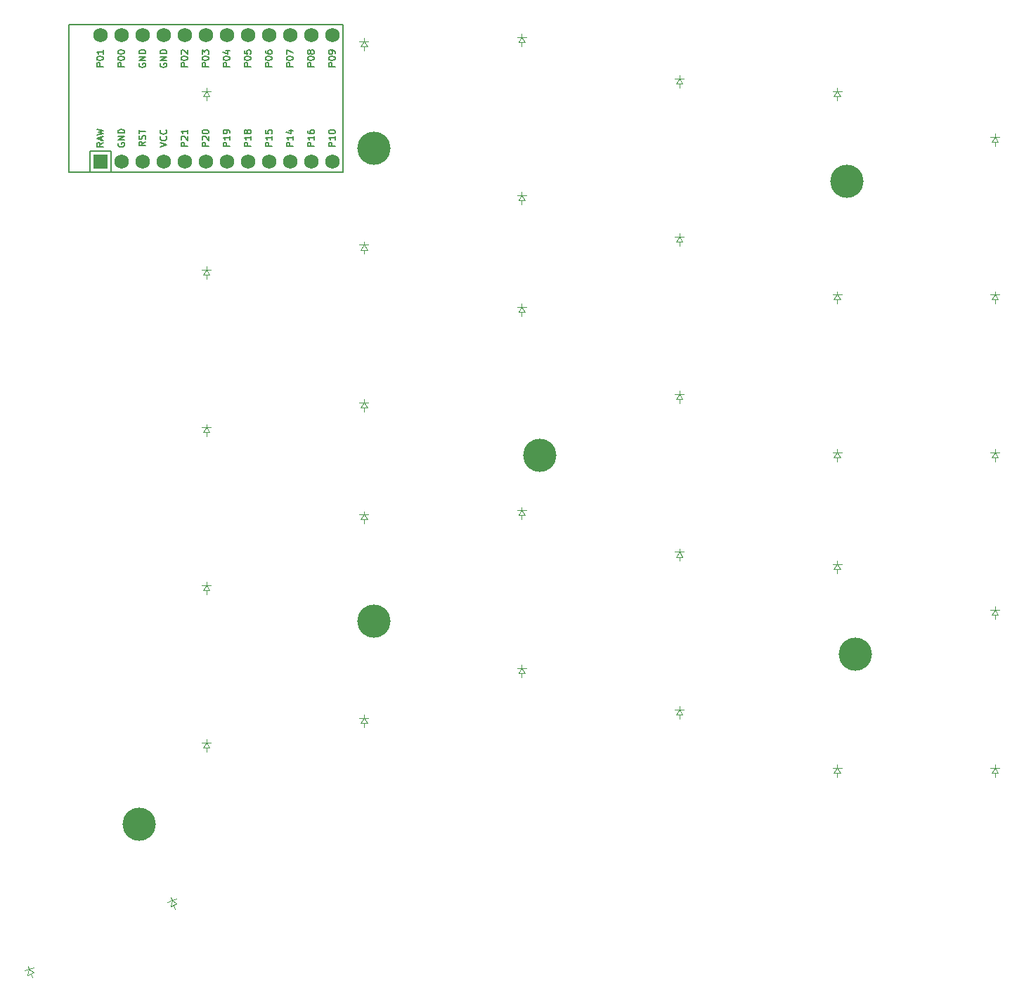
<source format=gto>
%TF.GenerationSoftware,KiCad,Pcbnew,9.0.6*%
%TF.CreationDate,2025-11-12T17:31:49+01:00*%
%TF.ProjectId,right_finished,72696768-745f-4666-996e-69736865642e,1*%
%TF.SameCoordinates,Original*%
%TF.FileFunction,Legend,Top*%
%TF.FilePolarity,Positive*%
%FSLAX46Y46*%
G04 Gerber Fmt 4.6, Leading zero omitted, Abs format (unit mm)*
G04 Created by KiCad (PCBNEW 9.0.6) date 2025-11-12 17:31:49*
%MOMM*%
%LPD*%
G01*
G04 APERTURE LIST*
%ADD10C,0.150000*%
%ADD11C,0.100000*%
%ADD12C,4.000000*%
%ADD13R,1.752600X1.752600*%
%ADD14C,1.752600*%
G04 APERTURE END LIST*
D10*
X173777295Y-104821428D02*
X172977295Y-104821428D01*
X172977295Y-104821428D02*
X172977295Y-104516666D01*
X172977295Y-104516666D02*
X173015390Y-104440476D01*
X173015390Y-104440476D02*
X173053485Y-104402381D01*
X173053485Y-104402381D02*
X173129676Y-104364285D01*
X173129676Y-104364285D02*
X173243961Y-104364285D01*
X173243961Y-104364285D02*
X173320152Y-104402381D01*
X173320152Y-104402381D02*
X173358247Y-104440476D01*
X173358247Y-104440476D02*
X173396342Y-104516666D01*
X173396342Y-104516666D02*
X173396342Y-104821428D01*
X173053485Y-104059524D02*
X173015390Y-104021428D01*
X173015390Y-104021428D02*
X172977295Y-103945238D01*
X172977295Y-103945238D02*
X172977295Y-103754762D01*
X172977295Y-103754762D02*
X173015390Y-103678571D01*
X173015390Y-103678571D02*
X173053485Y-103640476D01*
X173053485Y-103640476D02*
X173129676Y-103602381D01*
X173129676Y-103602381D02*
X173205866Y-103602381D01*
X173205866Y-103602381D02*
X173320152Y-103640476D01*
X173320152Y-103640476D02*
X173777295Y-104097619D01*
X173777295Y-104097619D02*
X173777295Y-103602381D01*
X173777295Y-102840476D02*
X173777295Y-103297619D01*
X173777295Y-103069047D02*
X172977295Y-103069047D01*
X172977295Y-103069047D02*
X173091580Y-103145238D01*
X173091580Y-103145238D02*
X173167771Y-103221428D01*
X173167771Y-103221428D02*
X173205866Y-103297619D01*
X163617295Y-95221428D02*
X162817295Y-95221428D01*
X162817295Y-95221428D02*
X162817295Y-94916666D01*
X162817295Y-94916666D02*
X162855390Y-94840476D01*
X162855390Y-94840476D02*
X162893485Y-94802381D01*
X162893485Y-94802381D02*
X162969676Y-94764285D01*
X162969676Y-94764285D02*
X163083961Y-94764285D01*
X163083961Y-94764285D02*
X163160152Y-94802381D01*
X163160152Y-94802381D02*
X163198247Y-94840476D01*
X163198247Y-94840476D02*
X163236342Y-94916666D01*
X163236342Y-94916666D02*
X163236342Y-95221428D01*
X162817295Y-94269047D02*
X162817295Y-94192857D01*
X162817295Y-94192857D02*
X162855390Y-94116666D01*
X162855390Y-94116666D02*
X162893485Y-94078571D01*
X162893485Y-94078571D02*
X162969676Y-94040476D01*
X162969676Y-94040476D02*
X163122057Y-94002381D01*
X163122057Y-94002381D02*
X163312533Y-94002381D01*
X163312533Y-94002381D02*
X163464914Y-94040476D01*
X163464914Y-94040476D02*
X163541104Y-94078571D01*
X163541104Y-94078571D02*
X163579200Y-94116666D01*
X163579200Y-94116666D02*
X163617295Y-94192857D01*
X163617295Y-94192857D02*
X163617295Y-94269047D01*
X163617295Y-94269047D02*
X163579200Y-94345238D01*
X163579200Y-94345238D02*
X163541104Y-94383333D01*
X163541104Y-94383333D02*
X163464914Y-94421428D01*
X163464914Y-94421428D02*
X163312533Y-94459524D01*
X163312533Y-94459524D02*
X163122057Y-94459524D01*
X163122057Y-94459524D02*
X162969676Y-94421428D01*
X162969676Y-94421428D02*
X162893485Y-94383333D01*
X162893485Y-94383333D02*
X162855390Y-94345238D01*
X162855390Y-94345238D02*
X162817295Y-94269047D01*
X163617295Y-93240476D02*
X163617295Y-93697619D01*
X163617295Y-93469047D02*
X162817295Y-93469047D01*
X162817295Y-93469047D02*
X162931580Y-93545238D01*
X162931580Y-93545238D02*
X163007771Y-93621428D01*
X163007771Y-93621428D02*
X163045866Y-93697619D01*
X165395390Y-104459523D02*
X165357295Y-104535713D01*
X165357295Y-104535713D02*
X165357295Y-104649999D01*
X165357295Y-104649999D02*
X165395390Y-104764285D01*
X165395390Y-104764285D02*
X165471580Y-104840475D01*
X165471580Y-104840475D02*
X165547771Y-104878570D01*
X165547771Y-104878570D02*
X165700152Y-104916666D01*
X165700152Y-104916666D02*
X165814438Y-104916666D01*
X165814438Y-104916666D02*
X165966819Y-104878570D01*
X165966819Y-104878570D02*
X166043009Y-104840475D01*
X166043009Y-104840475D02*
X166119200Y-104764285D01*
X166119200Y-104764285D02*
X166157295Y-104649999D01*
X166157295Y-104649999D02*
X166157295Y-104573808D01*
X166157295Y-104573808D02*
X166119200Y-104459523D01*
X166119200Y-104459523D02*
X166081104Y-104421427D01*
X166081104Y-104421427D02*
X165814438Y-104421427D01*
X165814438Y-104421427D02*
X165814438Y-104573808D01*
X166157295Y-104078570D02*
X165357295Y-104078570D01*
X165357295Y-104078570D02*
X166157295Y-103621427D01*
X166157295Y-103621427D02*
X165357295Y-103621427D01*
X166157295Y-103240475D02*
X165357295Y-103240475D01*
X165357295Y-103240475D02*
X165357295Y-103049999D01*
X165357295Y-103049999D02*
X165395390Y-102935713D01*
X165395390Y-102935713D02*
X165471580Y-102859523D01*
X165471580Y-102859523D02*
X165547771Y-102821428D01*
X165547771Y-102821428D02*
X165700152Y-102783332D01*
X165700152Y-102783332D02*
X165814438Y-102783332D01*
X165814438Y-102783332D02*
X165966819Y-102821428D01*
X165966819Y-102821428D02*
X166043009Y-102859523D01*
X166043009Y-102859523D02*
X166119200Y-102935713D01*
X166119200Y-102935713D02*
X166157295Y-103049999D01*
X166157295Y-103049999D02*
X166157295Y-103240475D01*
X189017295Y-95221428D02*
X188217295Y-95221428D01*
X188217295Y-95221428D02*
X188217295Y-94916666D01*
X188217295Y-94916666D02*
X188255390Y-94840476D01*
X188255390Y-94840476D02*
X188293485Y-94802381D01*
X188293485Y-94802381D02*
X188369676Y-94764285D01*
X188369676Y-94764285D02*
X188483961Y-94764285D01*
X188483961Y-94764285D02*
X188560152Y-94802381D01*
X188560152Y-94802381D02*
X188598247Y-94840476D01*
X188598247Y-94840476D02*
X188636342Y-94916666D01*
X188636342Y-94916666D02*
X188636342Y-95221428D01*
X188217295Y-94269047D02*
X188217295Y-94192857D01*
X188217295Y-94192857D02*
X188255390Y-94116666D01*
X188255390Y-94116666D02*
X188293485Y-94078571D01*
X188293485Y-94078571D02*
X188369676Y-94040476D01*
X188369676Y-94040476D02*
X188522057Y-94002381D01*
X188522057Y-94002381D02*
X188712533Y-94002381D01*
X188712533Y-94002381D02*
X188864914Y-94040476D01*
X188864914Y-94040476D02*
X188941104Y-94078571D01*
X188941104Y-94078571D02*
X188979200Y-94116666D01*
X188979200Y-94116666D02*
X189017295Y-94192857D01*
X189017295Y-94192857D02*
X189017295Y-94269047D01*
X189017295Y-94269047D02*
X188979200Y-94345238D01*
X188979200Y-94345238D02*
X188941104Y-94383333D01*
X188941104Y-94383333D02*
X188864914Y-94421428D01*
X188864914Y-94421428D02*
X188712533Y-94459524D01*
X188712533Y-94459524D02*
X188522057Y-94459524D01*
X188522057Y-94459524D02*
X188369676Y-94421428D01*
X188369676Y-94421428D02*
X188293485Y-94383333D01*
X188293485Y-94383333D02*
X188255390Y-94345238D01*
X188255390Y-94345238D02*
X188217295Y-94269047D01*
X188560152Y-93545238D02*
X188522057Y-93621428D01*
X188522057Y-93621428D02*
X188483961Y-93659523D01*
X188483961Y-93659523D02*
X188407771Y-93697619D01*
X188407771Y-93697619D02*
X188369676Y-93697619D01*
X188369676Y-93697619D02*
X188293485Y-93659523D01*
X188293485Y-93659523D02*
X188255390Y-93621428D01*
X188255390Y-93621428D02*
X188217295Y-93545238D01*
X188217295Y-93545238D02*
X188217295Y-93392857D01*
X188217295Y-93392857D02*
X188255390Y-93316666D01*
X188255390Y-93316666D02*
X188293485Y-93278571D01*
X188293485Y-93278571D02*
X188369676Y-93240476D01*
X188369676Y-93240476D02*
X188407771Y-93240476D01*
X188407771Y-93240476D02*
X188483961Y-93278571D01*
X188483961Y-93278571D02*
X188522057Y-93316666D01*
X188522057Y-93316666D02*
X188560152Y-93392857D01*
X188560152Y-93392857D02*
X188560152Y-93545238D01*
X188560152Y-93545238D02*
X188598247Y-93621428D01*
X188598247Y-93621428D02*
X188636342Y-93659523D01*
X188636342Y-93659523D02*
X188712533Y-93697619D01*
X188712533Y-93697619D02*
X188864914Y-93697619D01*
X188864914Y-93697619D02*
X188941104Y-93659523D01*
X188941104Y-93659523D02*
X188979200Y-93621428D01*
X188979200Y-93621428D02*
X189017295Y-93545238D01*
X189017295Y-93545238D02*
X189017295Y-93392857D01*
X189017295Y-93392857D02*
X188979200Y-93316666D01*
X188979200Y-93316666D02*
X188941104Y-93278571D01*
X188941104Y-93278571D02*
X188864914Y-93240476D01*
X188864914Y-93240476D02*
X188712533Y-93240476D01*
X188712533Y-93240476D02*
X188636342Y-93278571D01*
X188636342Y-93278571D02*
X188598247Y-93316666D01*
X188598247Y-93316666D02*
X188560152Y-93392857D01*
X181397295Y-95221428D02*
X180597295Y-95221428D01*
X180597295Y-95221428D02*
X180597295Y-94916666D01*
X180597295Y-94916666D02*
X180635390Y-94840476D01*
X180635390Y-94840476D02*
X180673485Y-94802381D01*
X180673485Y-94802381D02*
X180749676Y-94764285D01*
X180749676Y-94764285D02*
X180863961Y-94764285D01*
X180863961Y-94764285D02*
X180940152Y-94802381D01*
X180940152Y-94802381D02*
X180978247Y-94840476D01*
X180978247Y-94840476D02*
X181016342Y-94916666D01*
X181016342Y-94916666D02*
X181016342Y-95221428D01*
X180597295Y-94269047D02*
X180597295Y-94192857D01*
X180597295Y-94192857D02*
X180635390Y-94116666D01*
X180635390Y-94116666D02*
X180673485Y-94078571D01*
X180673485Y-94078571D02*
X180749676Y-94040476D01*
X180749676Y-94040476D02*
X180902057Y-94002381D01*
X180902057Y-94002381D02*
X181092533Y-94002381D01*
X181092533Y-94002381D02*
X181244914Y-94040476D01*
X181244914Y-94040476D02*
X181321104Y-94078571D01*
X181321104Y-94078571D02*
X181359200Y-94116666D01*
X181359200Y-94116666D02*
X181397295Y-94192857D01*
X181397295Y-94192857D02*
X181397295Y-94269047D01*
X181397295Y-94269047D02*
X181359200Y-94345238D01*
X181359200Y-94345238D02*
X181321104Y-94383333D01*
X181321104Y-94383333D02*
X181244914Y-94421428D01*
X181244914Y-94421428D02*
X181092533Y-94459524D01*
X181092533Y-94459524D02*
X180902057Y-94459524D01*
X180902057Y-94459524D02*
X180749676Y-94421428D01*
X180749676Y-94421428D02*
X180673485Y-94383333D01*
X180673485Y-94383333D02*
X180635390Y-94345238D01*
X180635390Y-94345238D02*
X180597295Y-94269047D01*
X180597295Y-93278571D02*
X180597295Y-93659523D01*
X180597295Y-93659523D02*
X180978247Y-93697619D01*
X180978247Y-93697619D02*
X180940152Y-93659523D01*
X180940152Y-93659523D02*
X180902057Y-93583333D01*
X180902057Y-93583333D02*
X180902057Y-93392857D01*
X180902057Y-93392857D02*
X180940152Y-93316666D01*
X180940152Y-93316666D02*
X180978247Y-93278571D01*
X180978247Y-93278571D02*
X181054438Y-93240476D01*
X181054438Y-93240476D02*
X181244914Y-93240476D01*
X181244914Y-93240476D02*
X181321104Y-93278571D01*
X181321104Y-93278571D02*
X181359200Y-93316666D01*
X181359200Y-93316666D02*
X181397295Y-93392857D01*
X181397295Y-93392857D02*
X181397295Y-93583333D01*
X181397295Y-93583333D02*
X181359200Y-93659523D01*
X181359200Y-93659523D02*
X181321104Y-93697619D01*
X186477295Y-95221428D02*
X185677295Y-95221428D01*
X185677295Y-95221428D02*
X185677295Y-94916666D01*
X185677295Y-94916666D02*
X185715390Y-94840476D01*
X185715390Y-94840476D02*
X185753485Y-94802381D01*
X185753485Y-94802381D02*
X185829676Y-94764285D01*
X185829676Y-94764285D02*
X185943961Y-94764285D01*
X185943961Y-94764285D02*
X186020152Y-94802381D01*
X186020152Y-94802381D02*
X186058247Y-94840476D01*
X186058247Y-94840476D02*
X186096342Y-94916666D01*
X186096342Y-94916666D02*
X186096342Y-95221428D01*
X185677295Y-94269047D02*
X185677295Y-94192857D01*
X185677295Y-94192857D02*
X185715390Y-94116666D01*
X185715390Y-94116666D02*
X185753485Y-94078571D01*
X185753485Y-94078571D02*
X185829676Y-94040476D01*
X185829676Y-94040476D02*
X185982057Y-94002381D01*
X185982057Y-94002381D02*
X186172533Y-94002381D01*
X186172533Y-94002381D02*
X186324914Y-94040476D01*
X186324914Y-94040476D02*
X186401104Y-94078571D01*
X186401104Y-94078571D02*
X186439200Y-94116666D01*
X186439200Y-94116666D02*
X186477295Y-94192857D01*
X186477295Y-94192857D02*
X186477295Y-94269047D01*
X186477295Y-94269047D02*
X186439200Y-94345238D01*
X186439200Y-94345238D02*
X186401104Y-94383333D01*
X186401104Y-94383333D02*
X186324914Y-94421428D01*
X186324914Y-94421428D02*
X186172533Y-94459524D01*
X186172533Y-94459524D02*
X185982057Y-94459524D01*
X185982057Y-94459524D02*
X185829676Y-94421428D01*
X185829676Y-94421428D02*
X185753485Y-94383333D01*
X185753485Y-94383333D02*
X185715390Y-94345238D01*
X185715390Y-94345238D02*
X185677295Y-94269047D01*
X185677295Y-93735714D02*
X185677295Y-93202380D01*
X185677295Y-93202380D02*
X186477295Y-93545238D01*
X166157295Y-95221428D02*
X165357295Y-95221428D01*
X165357295Y-95221428D02*
X165357295Y-94916666D01*
X165357295Y-94916666D02*
X165395390Y-94840476D01*
X165395390Y-94840476D02*
X165433485Y-94802381D01*
X165433485Y-94802381D02*
X165509676Y-94764285D01*
X165509676Y-94764285D02*
X165623961Y-94764285D01*
X165623961Y-94764285D02*
X165700152Y-94802381D01*
X165700152Y-94802381D02*
X165738247Y-94840476D01*
X165738247Y-94840476D02*
X165776342Y-94916666D01*
X165776342Y-94916666D02*
X165776342Y-95221428D01*
X165357295Y-94269047D02*
X165357295Y-94192857D01*
X165357295Y-94192857D02*
X165395390Y-94116666D01*
X165395390Y-94116666D02*
X165433485Y-94078571D01*
X165433485Y-94078571D02*
X165509676Y-94040476D01*
X165509676Y-94040476D02*
X165662057Y-94002381D01*
X165662057Y-94002381D02*
X165852533Y-94002381D01*
X165852533Y-94002381D02*
X166004914Y-94040476D01*
X166004914Y-94040476D02*
X166081104Y-94078571D01*
X166081104Y-94078571D02*
X166119200Y-94116666D01*
X166119200Y-94116666D02*
X166157295Y-94192857D01*
X166157295Y-94192857D02*
X166157295Y-94269047D01*
X166157295Y-94269047D02*
X166119200Y-94345238D01*
X166119200Y-94345238D02*
X166081104Y-94383333D01*
X166081104Y-94383333D02*
X166004914Y-94421428D01*
X166004914Y-94421428D02*
X165852533Y-94459524D01*
X165852533Y-94459524D02*
X165662057Y-94459524D01*
X165662057Y-94459524D02*
X165509676Y-94421428D01*
X165509676Y-94421428D02*
X165433485Y-94383333D01*
X165433485Y-94383333D02*
X165395390Y-94345238D01*
X165395390Y-94345238D02*
X165357295Y-94269047D01*
X165357295Y-93507142D02*
X165357295Y-93430952D01*
X165357295Y-93430952D02*
X165395390Y-93354761D01*
X165395390Y-93354761D02*
X165433485Y-93316666D01*
X165433485Y-93316666D02*
X165509676Y-93278571D01*
X165509676Y-93278571D02*
X165662057Y-93240476D01*
X165662057Y-93240476D02*
X165852533Y-93240476D01*
X165852533Y-93240476D02*
X166004914Y-93278571D01*
X166004914Y-93278571D02*
X166081104Y-93316666D01*
X166081104Y-93316666D02*
X166119200Y-93354761D01*
X166119200Y-93354761D02*
X166157295Y-93430952D01*
X166157295Y-93430952D02*
X166157295Y-93507142D01*
X166157295Y-93507142D02*
X166119200Y-93583333D01*
X166119200Y-93583333D02*
X166081104Y-93621428D01*
X166081104Y-93621428D02*
X166004914Y-93659523D01*
X166004914Y-93659523D02*
X165852533Y-93697619D01*
X165852533Y-93697619D02*
X165662057Y-93697619D01*
X165662057Y-93697619D02*
X165509676Y-93659523D01*
X165509676Y-93659523D02*
X165433485Y-93621428D01*
X165433485Y-93621428D02*
X165395390Y-93583333D01*
X165395390Y-93583333D02*
X165357295Y-93507142D01*
X170437295Y-104916666D02*
X171237295Y-104649999D01*
X171237295Y-104649999D02*
X170437295Y-104383333D01*
X171161104Y-103659523D02*
X171199200Y-103697619D01*
X171199200Y-103697619D02*
X171237295Y-103811904D01*
X171237295Y-103811904D02*
X171237295Y-103888095D01*
X171237295Y-103888095D02*
X171199200Y-104002381D01*
X171199200Y-104002381D02*
X171123009Y-104078571D01*
X171123009Y-104078571D02*
X171046819Y-104116666D01*
X171046819Y-104116666D02*
X170894438Y-104154762D01*
X170894438Y-104154762D02*
X170780152Y-104154762D01*
X170780152Y-104154762D02*
X170627771Y-104116666D01*
X170627771Y-104116666D02*
X170551580Y-104078571D01*
X170551580Y-104078571D02*
X170475390Y-104002381D01*
X170475390Y-104002381D02*
X170437295Y-103888095D01*
X170437295Y-103888095D02*
X170437295Y-103811904D01*
X170437295Y-103811904D02*
X170475390Y-103697619D01*
X170475390Y-103697619D02*
X170513485Y-103659523D01*
X171161104Y-102859523D02*
X171199200Y-102897619D01*
X171199200Y-102897619D02*
X171237295Y-103011904D01*
X171237295Y-103011904D02*
X171237295Y-103088095D01*
X171237295Y-103088095D02*
X171199200Y-103202381D01*
X171199200Y-103202381D02*
X171123009Y-103278571D01*
X171123009Y-103278571D02*
X171046819Y-103316666D01*
X171046819Y-103316666D02*
X170894438Y-103354762D01*
X170894438Y-103354762D02*
X170780152Y-103354762D01*
X170780152Y-103354762D02*
X170627771Y-103316666D01*
X170627771Y-103316666D02*
X170551580Y-103278571D01*
X170551580Y-103278571D02*
X170475390Y-103202381D01*
X170475390Y-103202381D02*
X170437295Y-103088095D01*
X170437295Y-103088095D02*
X170437295Y-103011904D01*
X170437295Y-103011904D02*
X170475390Y-102897619D01*
X170475390Y-102897619D02*
X170513485Y-102859523D01*
X183937295Y-95221428D02*
X183137295Y-95221428D01*
X183137295Y-95221428D02*
X183137295Y-94916666D01*
X183137295Y-94916666D02*
X183175390Y-94840476D01*
X183175390Y-94840476D02*
X183213485Y-94802381D01*
X183213485Y-94802381D02*
X183289676Y-94764285D01*
X183289676Y-94764285D02*
X183403961Y-94764285D01*
X183403961Y-94764285D02*
X183480152Y-94802381D01*
X183480152Y-94802381D02*
X183518247Y-94840476D01*
X183518247Y-94840476D02*
X183556342Y-94916666D01*
X183556342Y-94916666D02*
X183556342Y-95221428D01*
X183137295Y-94269047D02*
X183137295Y-94192857D01*
X183137295Y-94192857D02*
X183175390Y-94116666D01*
X183175390Y-94116666D02*
X183213485Y-94078571D01*
X183213485Y-94078571D02*
X183289676Y-94040476D01*
X183289676Y-94040476D02*
X183442057Y-94002381D01*
X183442057Y-94002381D02*
X183632533Y-94002381D01*
X183632533Y-94002381D02*
X183784914Y-94040476D01*
X183784914Y-94040476D02*
X183861104Y-94078571D01*
X183861104Y-94078571D02*
X183899200Y-94116666D01*
X183899200Y-94116666D02*
X183937295Y-94192857D01*
X183937295Y-94192857D02*
X183937295Y-94269047D01*
X183937295Y-94269047D02*
X183899200Y-94345238D01*
X183899200Y-94345238D02*
X183861104Y-94383333D01*
X183861104Y-94383333D02*
X183784914Y-94421428D01*
X183784914Y-94421428D02*
X183632533Y-94459524D01*
X183632533Y-94459524D02*
X183442057Y-94459524D01*
X183442057Y-94459524D02*
X183289676Y-94421428D01*
X183289676Y-94421428D02*
X183213485Y-94383333D01*
X183213485Y-94383333D02*
X183175390Y-94345238D01*
X183175390Y-94345238D02*
X183137295Y-94269047D01*
X183137295Y-93316666D02*
X183137295Y-93469047D01*
X183137295Y-93469047D02*
X183175390Y-93545238D01*
X183175390Y-93545238D02*
X183213485Y-93583333D01*
X183213485Y-93583333D02*
X183327771Y-93659523D01*
X183327771Y-93659523D02*
X183480152Y-93697619D01*
X183480152Y-93697619D02*
X183784914Y-93697619D01*
X183784914Y-93697619D02*
X183861104Y-93659523D01*
X183861104Y-93659523D02*
X183899200Y-93621428D01*
X183899200Y-93621428D02*
X183937295Y-93545238D01*
X183937295Y-93545238D02*
X183937295Y-93392857D01*
X183937295Y-93392857D02*
X183899200Y-93316666D01*
X183899200Y-93316666D02*
X183861104Y-93278571D01*
X183861104Y-93278571D02*
X183784914Y-93240476D01*
X183784914Y-93240476D02*
X183594438Y-93240476D01*
X183594438Y-93240476D02*
X183518247Y-93278571D01*
X183518247Y-93278571D02*
X183480152Y-93316666D01*
X183480152Y-93316666D02*
X183442057Y-93392857D01*
X183442057Y-93392857D02*
X183442057Y-93545238D01*
X183442057Y-93545238D02*
X183480152Y-93621428D01*
X183480152Y-93621428D02*
X183518247Y-93659523D01*
X183518247Y-93659523D02*
X183594438Y-93697619D01*
X176317295Y-95221428D02*
X175517295Y-95221428D01*
X175517295Y-95221428D02*
X175517295Y-94916666D01*
X175517295Y-94916666D02*
X175555390Y-94840476D01*
X175555390Y-94840476D02*
X175593485Y-94802381D01*
X175593485Y-94802381D02*
X175669676Y-94764285D01*
X175669676Y-94764285D02*
X175783961Y-94764285D01*
X175783961Y-94764285D02*
X175860152Y-94802381D01*
X175860152Y-94802381D02*
X175898247Y-94840476D01*
X175898247Y-94840476D02*
X175936342Y-94916666D01*
X175936342Y-94916666D02*
X175936342Y-95221428D01*
X175517295Y-94269047D02*
X175517295Y-94192857D01*
X175517295Y-94192857D02*
X175555390Y-94116666D01*
X175555390Y-94116666D02*
X175593485Y-94078571D01*
X175593485Y-94078571D02*
X175669676Y-94040476D01*
X175669676Y-94040476D02*
X175822057Y-94002381D01*
X175822057Y-94002381D02*
X176012533Y-94002381D01*
X176012533Y-94002381D02*
X176164914Y-94040476D01*
X176164914Y-94040476D02*
X176241104Y-94078571D01*
X176241104Y-94078571D02*
X176279200Y-94116666D01*
X176279200Y-94116666D02*
X176317295Y-94192857D01*
X176317295Y-94192857D02*
X176317295Y-94269047D01*
X176317295Y-94269047D02*
X176279200Y-94345238D01*
X176279200Y-94345238D02*
X176241104Y-94383333D01*
X176241104Y-94383333D02*
X176164914Y-94421428D01*
X176164914Y-94421428D02*
X176012533Y-94459524D01*
X176012533Y-94459524D02*
X175822057Y-94459524D01*
X175822057Y-94459524D02*
X175669676Y-94421428D01*
X175669676Y-94421428D02*
X175593485Y-94383333D01*
X175593485Y-94383333D02*
X175555390Y-94345238D01*
X175555390Y-94345238D02*
X175517295Y-94269047D01*
X175517295Y-93735714D02*
X175517295Y-93240476D01*
X175517295Y-93240476D02*
X175822057Y-93507142D01*
X175822057Y-93507142D02*
X175822057Y-93392857D01*
X175822057Y-93392857D02*
X175860152Y-93316666D01*
X175860152Y-93316666D02*
X175898247Y-93278571D01*
X175898247Y-93278571D02*
X175974438Y-93240476D01*
X175974438Y-93240476D02*
X176164914Y-93240476D01*
X176164914Y-93240476D02*
X176241104Y-93278571D01*
X176241104Y-93278571D02*
X176279200Y-93316666D01*
X176279200Y-93316666D02*
X176317295Y-93392857D01*
X176317295Y-93392857D02*
X176317295Y-93621428D01*
X176317295Y-93621428D02*
X176279200Y-93697619D01*
X176279200Y-93697619D02*
X176241104Y-93735714D01*
X189017295Y-104821428D02*
X188217295Y-104821428D01*
X188217295Y-104821428D02*
X188217295Y-104516666D01*
X188217295Y-104516666D02*
X188255390Y-104440476D01*
X188255390Y-104440476D02*
X188293485Y-104402381D01*
X188293485Y-104402381D02*
X188369676Y-104364285D01*
X188369676Y-104364285D02*
X188483961Y-104364285D01*
X188483961Y-104364285D02*
X188560152Y-104402381D01*
X188560152Y-104402381D02*
X188598247Y-104440476D01*
X188598247Y-104440476D02*
X188636342Y-104516666D01*
X188636342Y-104516666D02*
X188636342Y-104821428D01*
X189017295Y-103602381D02*
X189017295Y-104059524D01*
X189017295Y-103830952D02*
X188217295Y-103830952D01*
X188217295Y-103830952D02*
X188331580Y-103907143D01*
X188331580Y-103907143D02*
X188407771Y-103983333D01*
X188407771Y-103983333D02*
X188445866Y-104059524D01*
X188217295Y-102916666D02*
X188217295Y-103069047D01*
X188217295Y-103069047D02*
X188255390Y-103145238D01*
X188255390Y-103145238D02*
X188293485Y-103183333D01*
X188293485Y-103183333D02*
X188407771Y-103259523D01*
X188407771Y-103259523D02*
X188560152Y-103297619D01*
X188560152Y-103297619D02*
X188864914Y-103297619D01*
X188864914Y-103297619D02*
X188941104Y-103259523D01*
X188941104Y-103259523D02*
X188979200Y-103221428D01*
X188979200Y-103221428D02*
X189017295Y-103145238D01*
X189017295Y-103145238D02*
X189017295Y-102992857D01*
X189017295Y-102992857D02*
X188979200Y-102916666D01*
X188979200Y-102916666D02*
X188941104Y-102878571D01*
X188941104Y-102878571D02*
X188864914Y-102840476D01*
X188864914Y-102840476D02*
X188674438Y-102840476D01*
X188674438Y-102840476D02*
X188598247Y-102878571D01*
X188598247Y-102878571D02*
X188560152Y-102916666D01*
X188560152Y-102916666D02*
X188522057Y-102992857D01*
X188522057Y-102992857D02*
X188522057Y-103145238D01*
X188522057Y-103145238D02*
X188560152Y-103221428D01*
X188560152Y-103221428D02*
X188598247Y-103259523D01*
X188598247Y-103259523D02*
X188674438Y-103297619D01*
X170475390Y-94859523D02*
X170437295Y-94935713D01*
X170437295Y-94935713D02*
X170437295Y-95049999D01*
X170437295Y-95049999D02*
X170475390Y-95164285D01*
X170475390Y-95164285D02*
X170551580Y-95240475D01*
X170551580Y-95240475D02*
X170627771Y-95278570D01*
X170627771Y-95278570D02*
X170780152Y-95316666D01*
X170780152Y-95316666D02*
X170894438Y-95316666D01*
X170894438Y-95316666D02*
X171046819Y-95278570D01*
X171046819Y-95278570D02*
X171123009Y-95240475D01*
X171123009Y-95240475D02*
X171199200Y-95164285D01*
X171199200Y-95164285D02*
X171237295Y-95049999D01*
X171237295Y-95049999D02*
X171237295Y-94973808D01*
X171237295Y-94973808D02*
X171199200Y-94859523D01*
X171199200Y-94859523D02*
X171161104Y-94821427D01*
X171161104Y-94821427D02*
X170894438Y-94821427D01*
X170894438Y-94821427D02*
X170894438Y-94973808D01*
X171237295Y-94478570D02*
X170437295Y-94478570D01*
X170437295Y-94478570D02*
X171237295Y-94021427D01*
X171237295Y-94021427D02*
X170437295Y-94021427D01*
X171237295Y-93640475D02*
X170437295Y-93640475D01*
X170437295Y-93640475D02*
X170437295Y-93449999D01*
X170437295Y-93449999D02*
X170475390Y-93335713D01*
X170475390Y-93335713D02*
X170551580Y-93259523D01*
X170551580Y-93259523D02*
X170627771Y-93221428D01*
X170627771Y-93221428D02*
X170780152Y-93183332D01*
X170780152Y-93183332D02*
X170894438Y-93183332D01*
X170894438Y-93183332D02*
X171046819Y-93221428D01*
X171046819Y-93221428D02*
X171123009Y-93259523D01*
X171123009Y-93259523D02*
X171199200Y-93335713D01*
X171199200Y-93335713D02*
X171237295Y-93449999D01*
X171237295Y-93449999D02*
X171237295Y-93640475D01*
X176317295Y-104821428D02*
X175517295Y-104821428D01*
X175517295Y-104821428D02*
X175517295Y-104516666D01*
X175517295Y-104516666D02*
X175555390Y-104440476D01*
X175555390Y-104440476D02*
X175593485Y-104402381D01*
X175593485Y-104402381D02*
X175669676Y-104364285D01*
X175669676Y-104364285D02*
X175783961Y-104364285D01*
X175783961Y-104364285D02*
X175860152Y-104402381D01*
X175860152Y-104402381D02*
X175898247Y-104440476D01*
X175898247Y-104440476D02*
X175936342Y-104516666D01*
X175936342Y-104516666D02*
X175936342Y-104821428D01*
X175593485Y-104059524D02*
X175555390Y-104021428D01*
X175555390Y-104021428D02*
X175517295Y-103945238D01*
X175517295Y-103945238D02*
X175517295Y-103754762D01*
X175517295Y-103754762D02*
X175555390Y-103678571D01*
X175555390Y-103678571D02*
X175593485Y-103640476D01*
X175593485Y-103640476D02*
X175669676Y-103602381D01*
X175669676Y-103602381D02*
X175745866Y-103602381D01*
X175745866Y-103602381D02*
X175860152Y-103640476D01*
X175860152Y-103640476D02*
X176317295Y-104097619D01*
X176317295Y-104097619D02*
X176317295Y-103602381D01*
X175517295Y-103107142D02*
X175517295Y-103030952D01*
X175517295Y-103030952D02*
X175555390Y-102954761D01*
X175555390Y-102954761D02*
X175593485Y-102916666D01*
X175593485Y-102916666D02*
X175669676Y-102878571D01*
X175669676Y-102878571D02*
X175822057Y-102840476D01*
X175822057Y-102840476D02*
X176012533Y-102840476D01*
X176012533Y-102840476D02*
X176164914Y-102878571D01*
X176164914Y-102878571D02*
X176241104Y-102916666D01*
X176241104Y-102916666D02*
X176279200Y-102954761D01*
X176279200Y-102954761D02*
X176317295Y-103030952D01*
X176317295Y-103030952D02*
X176317295Y-103107142D01*
X176317295Y-103107142D02*
X176279200Y-103183333D01*
X176279200Y-103183333D02*
X176241104Y-103221428D01*
X176241104Y-103221428D02*
X176164914Y-103259523D01*
X176164914Y-103259523D02*
X176012533Y-103297619D01*
X176012533Y-103297619D02*
X175822057Y-103297619D01*
X175822057Y-103297619D02*
X175669676Y-103259523D01*
X175669676Y-103259523D02*
X175593485Y-103221428D01*
X175593485Y-103221428D02*
X175555390Y-103183333D01*
X175555390Y-103183333D02*
X175517295Y-103107142D01*
X173777295Y-95221428D02*
X172977295Y-95221428D01*
X172977295Y-95221428D02*
X172977295Y-94916666D01*
X172977295Y-94916666D02*
X173015390Y-94840476D01*
X173015390Y-94840476D02*
X173053485Y-94802381D01*
X173053485Y-94802381D02*
X173129676Y-94764285D01*
X173129676Y-94764285D02*
X173243961Y-94764285D01*
X173243961Y-94764285D02*
X173320152Y-94802381D01*
X173320152Y-94802381D02*
X173358247Y-94840476D01*
X173358247Y-94840476D02*
X173396342Y-94916666D01*
X173396342Y-94916666D02*
X173396342Y-95221428D01*
X172977295Y-94269047D02*
X172977295Y-94192857D01*
X172977295Y-94192857D02*
X173015390Y-94116666D01*
X173015390Y-94116666D02*
X173053485Y-94078571D01*
X173053485Y-94078571D02*
X173129676Y-94040476D01*
X173129676Y-94040476D02*
X173282057Y-94002381D01*
X173282057Y-94002381D02*
X173472533Y-94002381D01*
X173472533Y-94002381D02*
X173624914Y-94040476D01*
X173624914Y-94040476D02*
X173701104Y-94078571D01*
X173701104Y-94078571D02*
X173739200Y-94116666D01*
X173739200Y-94116666D02*
X173777295Y-94192857D01*
X173777295Y-94192857D02*
X173777295Y-94269047D01*
X173777295Y-94269047D02*
X173739200Y-94345238D01*
X173739200Y-94345238D02*
X173701104Y-94383333D01*
X173701104Y-94383333D02*
X173624914Y-94421428D01*
X173624914Y-94421428D02*
X173472533Y-94459524D01*
X173472533Y-94459524D02*
X173282057Y-94459524D01*
X173282057Y-94459524D02*
X173129676Y-94421428D01*
X173129676Y-94421428D02*
X173053485Y-94383333D01*
X173053485Y-94383333D02*
X173015390Y-94345238D01*
X173015390Y-94345238D02*
X172977295Y-94269047D01*
X173053485Y-93697619D02*
X173015390Y-93659523D01*
X173015390Y-93659523D02*
X172977295Y-93583333D01*
X172977295Y-93583333D02*
X172977295Y-93392857D01*
X172977295Y-93392857D02*
X173015390Y-93316666D01*
X173015390Y-93316666D02*
X173053485Y-93278571D01*
X173053485Y-93278571D02*
X173129676Y-93240476D01*
X173129676Y-93240476D02*
X173205866Y-93240476D01*
X173205866Y-93240476D02*
X173320152Y-93278571D01*
X173320152Y-93278571D02*
X173777295Y-93735714D01*
X173777295Y-93735714D02*
X173777295Y-93240476D01*
X186477295Y-104821428D02*
X185677295Y-104821428D01*
X185677295Y-104821428D02*
X185677295Y-104516666D01*
X185677295Y-104516666D02*
X185715390Y-104440476D01*
X185715390Y-104440476D02*
X185753485Y-104402381D01*
X185753485Y-104402381D02*
X185829676Y-104364285D01*
X185829676Y-104364285D02*
X185943961Y-104364285D01*
X185943961Y-104364285D02*
X186020152Y-104402381D01*
X186020152Y-104402381D02*
X186058247Y-104440476D01*
X186058247Y-104440476D02*
X186096342Y-104516666D01*
X186096342Y-104516666D02*
X186096342Y-104821428D01*
X186477295Y-103602381D02*
X186477295Y-104059524D01*
X186477295Y-103830952D02*
X185677295Y-103830952D01*
X185677295Y-103830952D02*
X185791580Y-103907143D01*
X185791580Y-103907143D02*
X185867771Y-103983333D01*
X185867771Y-103983333D02*
X185905866Y-104059524D01*
X185943961Y-102916666D02*
X186477295Y-102916666D01*
X185639200Y-103107142D02*
X186210628Y-103297619D01*
X186210628Y-103297619D02*
X186210628Y-102802380D01*
X163617295Y-104402380D02*
X163236342Y-104669047D01*
X163617295Y-104859523D02*
X162817295Y-104859523D01*
X162817295Y-104859523D02*
X162817295Y-104554761D01*
X162817295Y-104554761D02*
X162855390Y-104478571D01*
X162855390Y-104478571D02*
X162893485Y-104440476D01*
X162893485Y-104440476D02*
X162969676Y-104402380D01*
X162969676Y-104402380D02*
X163083961Y-104402380D01*
X163083961Y-104402380D02*
X163160152Y-104440476D01*
X163160152Y-104440476D02*
X163198247Y-104478571D01*
X163198247Y-104478571D02*
X163236342Y-104554761D01*
X163236342Y-104554761D02*
X163236342Y-104859523D01*
X163388723Y-104097619D02*
X163388723Y-103716666D01*
X163617295Y-104173809D02*
X162817295Y-103907142D01*
X162817295Y-103907142D02*
X163617295Y-103640476D01*
X162817295Y-103450000D02*
X163617295Y-103259524D01*
X163617295Y-103259524D02*
X163045866Y-103107143D01*
X163045866Y-103107143D02*
X163617295Y-102954762D01*
X163617295Y-102954762D02*
X162817295Y-102764286D01*
X168697295Y-104288094D02*
X168316342Y-104554761D01*
X168697295Y-104745237D02*
X167897295Y-104745237D01*
X167897295Y-104745237D02*
X167897295Y-104440475D01*
X167897295Y-104440475D02*
X167935390Y-104364285D01*
X167935390Y-104364285D02*
X167973485Y-104326190D01*
X167973485Y-104326190D02*
X168049676Y-104288094D01*
X168049676Y-104288094D02*
X168163961Y-104288094D01*
X168163961Y-104288094D02*
X168240152Y-104326190D01*
X168240152Y-104326190D02*
X168278247Y-104364285D01*
X168278247Y-104364285D02*
X168316342Y-104440475D01*
X168316342Y-104440475D02*
X168316342Y-104745237D01*
X168659200Y-103983333D02*
X168697295Y-103869047D01*
X168697295Y-103869047D02*
X168697295Y-103678571D01*
X168697295Y-103678571D02*
X168659200Y-103602380D01*
X168659200Y-103602380D02*
X168621104Y-103564285D01*
X168621104Y-103564285D02*
X168544914Y-103526190D01*
X168544914Y-103526190D02*
X168468723Y-103526190D01*
X168468723Y-103526190D02*
X168392533Y-103564285D01*
X168392533Y-103564285D02*
X168354438Y-103602380D01*
X168354438Y-103602380D02*
X168316342Y-103678571D01*
X168316342Y-103678571D02*
X168278247Y-103830952D01*
X168278247Y-103830952D02*
X168240152Y-103907142D01*
X168240152Y-103907142D02*
X168202057Y-103945237D01*
X168202057Y-103945237D02*
X168125866Y-103983333D01*
X168125866Y-103983333D02*
X168049676Y-103983333D01*
X168049676Y-103983333D02*
X167973485Y-103945237D01*
X167973485Y-103945237D02*
X167935390Y-103907142D01*
X167935390Y-103907142D02*
X167897295Y-103830952D01*
X167897295Y-103830952D02*
X167897295Y-103640475D01*
X167897295Y-103640475D02*
X167935390Y-103526190D01*
X167897295Y-103297618D02*
X167897295Y-102840475D01*
X168697295Y-103069047D02*
X167897295Y-103069047D01*
X178857295Y-95221428D02*
X178057295Y-95221428D01*
X178057295Y-95221428D02*
X178057295Y-94916666D01*
X178057295Y-94916666D02*
X178095390Y-94840476D01*
X178095390Y-94840476D02*
X178133485Y-94802381D01*
X178133485Y-94802381D02*
X178209676Y-94764285D01*
X178209676Y-94764285D02*
X178323961Y-94764285D01*
X178323961Y-94764285D02*
X178400152Y-94802381D01*
X178400152Y-94802381D02*
X178438247Y-94840476D01*
X178438247Y-94840476D02*
X178476342Y-94916666D01*
X178476342Y-94916666D02*
X178476342Y-95221428D01*
X178057295Y-94269047D02*
X178057295Y-94192857D01*
X178057295Y-94192857D02*
X178095390Y-94116666D01*
X178095390Y-94116666D02*
X178133485Y-94078571D01*
X178133485Y-94078571D02*
X178209676Y-94040476D01*
X178209676Y-94040476D02*
X178362057Y-94002381D01*
X178362057Y-94002381D02*
X178552533Y-94002381D01*
X178552533Y-94002381D02*
X178704914Y-94040476D01*
X178704914Y-94040476D02*
X178781104Y-94078571D01*
X178781104Y-94078571D02*
X178819200Y-94116666D01*
X178819200Y-94116666D02*
X178857295Y-94192857D01*
X178857295Y-94192857D02*
X178857295Y-94269047D01*
X178857295Y-94269047D02*
X178819200Y-94345238D01*
X178819200Y-94345238D02*
X178781104Y-94383333D01*
X178781104Y-94383333D02*
X178704914Y-94421428D01*
X178704914Y-94421428D02*
X178552533Y-94459524D01*
X178552533Y-94459524D02*
X178362057Y-94459524D01*
X178362057Y-94459524D02*
X178209676Y-94421428D01*
X178209676Y-94421428D02*
X178133485Y-94383333D01*
X178133485Y-94383333D02*
X178095390Y-94345238D01*
X178095390Y-94345238D02*
X178057295Y-94269047D01*
X178323961Y-93316666D02*
X178857295Y-93316666D01*
X178019200Y-93507142D02*
X178590628Y-93697619D01*
X178590628Y-93697619D02*
X178590628Y-93202380D01*
X178857295Y-104821428D02*
X178057295Y-104821428D01*
X178057295Y-104821428D02*
X178057295Y-104516666D01*
X178057295Y-104516666D02*
X178095390Y-104440476D01*
X178095390Y-104440476D02*
X178133485Y-104402381D01*
X178133485Y-104402381D02*
X178209676Y-104364285D01*
X178209676Y-104364285D02*
X178323961Y-104364285D01*
X178323961Y-104364285D02*
X178400152Y-104402381D01*
X178400152Y-104402381D02*
X178438247Y-104440476D01*
X178438247Y-104440476D02*
X178476342Y-104516666D01*
X178476342Y-104516666D02*
X178476342Y-104821428D01*
X178857295Y-103602381D02*
X178857295Y-104059524D01*
X178857295Y-103830952D02*
X178057295Y-103830952D01*
X178057295Y-103830952D02*
X178171580Y-103907143D01*
X178171580Y-103907143D02*
X178247771Y-103983333D01*
X178247771Y-103983333D02*
X178285866Y-104059524D01*
X178857295Y-103221428D02*
X178857295Y-103069047D01*
X178857295Y-103069047D02*
X178819200Y-102992857D01*
X178819200Y-102992857D02*
X178781104Y-102954761D01*
X178781104Y-102954761D02*
X178666819Y-102878571D01*
X178666819Y-102878571D02*
X178514438Y-102840476D01*
X178514438Y-102840476D02*
X178209676Y-102840476D01*
X178209676Y-102840476D02*
X178133485Y-102878571D01*
X178133485Y-102878571D02*
X178095390Y-102916666D01*
X178095390Y-102916666D02*
X178057295Y-102992857D01*
X178057295Y-102992857D02*
X178057295Y-103145238D01*
X178057295Y-103145238D02*
X178095390Y-103221428D01*
X178095390Y-103221428D02*
X178133485Y-103259523D01*
X178133485Y-103259523D02*
X178209676Y-103297619D01*
X178209676Y-103297619D02*
X178400152Y-103297619D01*
X178400152Y-103297619D02*
X178476342Y-103259523D01*
X178476342Y-103259523D02*
X178514438Y-103221428D01*
X178514438Y-103221428D02*
X178552533Y-103145238D01*
X178552533Y-103145238D02*
X178552533Y-102992857D01*
X178552533Y-102992857D02*
X178514438Y-102916666D01*
X178514438Y-102916666D02*
X178476342Y-102878571D01*
X178476342Y-102878571D02*
X178400152Y-102840476D01*
X167935390Y-94859523D02*
X167897295Y-94935713D01*
X167897295Y-94935713D02*
X167897295Y-95049999D01*
X167897295Y-95049999D02*
X167935390Y-95164285D01*
X167935390Y-95164285D02*
X168011580Y-95240475D01*
X168011580Y-95240475D02*
X168087771Y-95278570D01*
X168087771Y-95278570D02*
X168240152Y-95316666D01*
X168240152Y-95316666D02*
X168354438Y-95316666D01*
X168354438Y-95316666D02*
X168506819Y-95278570D01*
X168506819Y-95278570D02*
X168583009Y-95240475D01*
X168583009Y-95240475D02*
X168659200Y-95164285D01*
X168659200Y-95164285D02*
X168697295Y-95049999D01*
X168697295Y-95049999D02*
X168697295Y-94973808D01*
X168697295Y-94973808D02*
X168659200Y-94859523D01*
X168659200Y-94859523D02*
X168621104Y-94821427D01*
X168621104Y-94821427D02*
X168354438Y-94821427D01*
X168354438Y-94821427D02*
X168354438Y-94973808D01*
X168697295Y-94478570D02*
X167897295Y-94478570D01*
X167897295Y-94478570D02*
X168697295Y-94021427D01*
X168697295Y-94021427D02*
X167897295Y-94021427D01*
X168697295Y-93640475D02*
X167897295Y-93640475D01*
X167897295Y-93640475D02*
X167897295Y-93449999D01*
X167897295Y-93449999D02*
X167935390Y-93335713D01*
X167935390Y-93335713D02*
X168011580Y-93259523D01*
X168011580Y-93259523D02*
X168087771Y-93221428D01*
X168087771Y-93221428D02*
X168240152Y-93183332D01*
X168240152Y-93183332D02*
X168354438Y-93183332D01*
X168354438Y-93183332D02*
X168506819Y-93221428D01*
X168506819Y-93221428D02*
X168583009Y-93259523D01*
X168583009Y-93259523D02*
X168659200Y-93335713D01*
X168659200Y-93335713D02*
X168697295Y-93449999D01*
X168697295Y-93449999D02*
X168697295Y-93640475D01*
X191557295Y-95221428D02*
X190757295Y-95221428D01*
X190757295Y-95221428D02*
X190757295Y-94916666D01*
X190757295Y-94916666D02*
X190795390Y-94840476D01*
X190795390Y-94840476D02*
X190833485Y-94802381D01*
X190833485Y-94802381D02*
X190909676Y-94764285D01*
X190909676Y-94764285D02*
X191023961Y-94764285D01*
X191023961Y-94764285D02*
X191100152Y-94802381D01*
X191100152Y-94802381D02*
X191138247Y-94840476D01*
X191138247Y-94840476D02*
X191176342Y-94916666D01*
X191176342Y-94916666D02*
X191176342Y-95221428D01*
X190757295Y-94269047D02*
X190757295Y-94192857D01*
X190757295Y-94192857D02*
X190795390Y-94116666D01*
X190795390Y-94116666D02*
X190833485Y-94078571D01*
X190833485Y-94078571D02*
X190909676Y-94040476D01*
X190909676Y-94040476D02*
X191062057Y-94002381D01*
X191062057Y-94002381D02*
X191252533Y-94002381D01*
X191252533Y-94002381D02*
X191404914Y-94040476D01*
X191404914Y-94040476D02*
X191481104Y-94078571D01*
X191481104Y-94078571D02*
X191519200Y-94116666D01*
X191519200Y-94116666D02*
X191557295Y-94192857D01*
X191557295Y-94192857D02*
X191557295Y-94269047D01*
X191557295Y-94269047D02*
X191519200Y-94345238D01*
X191519200Y-94345238D02*
X191481104Y-94383333D01*
X191481104Y-94383333D02*
X191404914Y-94421428D01*
X191404914Y-94421428D02*
X191252533Y-94459524D01*
X191252533Y-94459524D02*
X191062057Y-94459524D01*
X191062057Y-94459524D02*
X190909676Y-94421428D01*
X190909676Y-94421428D02*
X190833485Y-94383333D01*
X190833485Y-94383333D02*
X190795390Y-94345238D01*
X190795390Y-94345238D02*
X190757295Y-94269047D01*
X191557295Y-93621428D02*
X191557295Y-93469047D01*
X191557295Y-93469047D02*
X191519200Y-93392857D01*
X191519200Y-93392857D02*
X191481104Y-93354761D01*
X191481104Y-93354761D02*
X191366819Y-93278571D01*
X191366819Y-93278571D02*
X191214438Y-93240476D01*
X191214438Y-93240476D02*
X190909676Y-93240476D01*
X190909676Y-93240476D02*
X190833485Y-93278571D01*
X190833485Y-93278571D02*
X190795390Y-93316666D01*
X190795390Y-93316666D02*
X190757295Y-93392857D01*
X190757295Y-93392857D02*
X190757295Y-93545238D01*
X190757295Y-93545238D02*
X190795390Y-93621428D01*
X190795390Y-93621428D02*
X190833485Y-93659523D01*
X190833485Y-93659523D02*
X190909676Y-93697619D01*
X190909676Y-93697619D02*
X191100152Y-93697619D01*
X191100152Y-93697619D02*
X191176342Y-93659523D01*
X191176342Y-93659523D02*
X191214438Y-93621428D01*
X191214438Y-93621428D02*
X191252533Y-93545238D01*
X191252533Y-93545238D02*
X191252533Y-93392857D01*
X191252533Y-93392857D02*
X191214438Y-93316666D01*
X191214438Y-93316666D02*
X191176342Y-93278571D01*
X191176342Y-93278571D02*
X191100152Y-93240476D01*
X183937295Y-104821428D02*
X183137295Y-104821428D01*
X183137295Y-104821428D02*
X183137295Y-104516666D01*
X183137295Y-104516666D02*
X183175390Y-104440476D01*
X183175390Y-104440476D02*
X183213485Y-104402381D01*
X183213485Y-104402381D02*
X183289676Y-104364285D01*
X183289676Y-104364285D02*
X183403961Y-104364285D01*
X183403961Y-104364285D02*
X183480152Y-104402381D01*
X183480152Y-104402381D02*
X183518247Y-104440476D01*
X183518247Y-104440476D02*
X183556342Y-104516666D01*
X183556342Y-104516666D02*
X183556342Y-104821428D01*
X183937295Y-103602381D02*
X183937295Y-104059524D01*
X183937295Y-103830952D02*
X183137295Y-103830952D01*
X183137295Y-103830952D02*
X183251580Y-103907143D01*
X183251580Y-103907143D02*
X183327771Y-103983333D01*
X183327771Y-103983333D02*
X183365866Y-104059524D01*
X183137295Y-102878571D02*
X183137295Y-103259523D01*
X183137295Y-103259523D02*
X183518247Y-103297619D01*
X183518247Y-103297619D02*
X183480152Y-103259523D01*
X183480152Y-103259523D02*
X183442057Y-103183333D01*
X183442057Y-103183333D02*
X183442057Y-102992857D01*
X183442057Y-102992857D02*
X183480152Y-102916666D01*
X183480152Y-102916666D02*
X183518247Y-102878571D01*
X183518247Y-102878571D02*
X183594438Y-102840476D01*
X183594438Y-102840476D02*
X183784914Y-102840476D01*
X183784914Y-102840476D02*
X183861104Y-102878571D01*
X183861104Y-102878571D02*
X183899200Y-102916666D01*
X183899200Y-102916666D02*
X183937295Y-102992857D01*
X183937295Y-102992857D02*
X183937295Y-103183333D01*
X183937295Y-103183333D02*
X183899200Y-103259523D01*
X183899200Y-103259523D02*
X183861104Y-103297619D01*
X181397295Y-104821428D02*
X180597295Y-104821428D01*
X180597295Y-104821428D02*
X180597295Y-104516666D01*
X180597295Y-104516666D02*
X180635390Y-104440476D01*
X180635390Y-104440476D02*
X180673485Y-104402381D01*
X180673485Y-104402381D02*
X180749676Y-104364285D01*
X180749676Y-104364285D02*
X180863961Y-104364285D01*
X180863961Y-104364285D02*
X180940152Y-104402381D01*
X180940152Y-104402381D02*
X180978247Y-104440476D01*
X180978247Y-104440476D02*
X181016342Y-104516666D01*
X181016342Y-104516666D02*
X181016342Y-104821428D01*
X181397295Y-103602381D02*
X181397295Y-104059524D01*
X181397295Y-103830952D02*
X180597295Y-103830952D01*
X180597295Y-103830952D02*
X180711580Y-103907143D01*
X180711580Y-103907143D02*
X180787771Y-103983333D01*
X180787771Y-103983333D02*
X180825866Y-104059524D01*
X180940152Y-103145238D02*
X180902057Y-103221428D01*
X180902057Y-103221428D02*
X180863961Y-103259523D01*
X180863961Y-103259523D02*
X180787771Y-103297619D01*
X180787771Y-103297619D02*
X180749676Y-103297619D01*
X180749676Y-103297619D02*
X180673485Y-103259523D01*
X180673485Y-103259523D02*
X180635390Y-103221428D01*
X180635390Y-103221428D02*
X180597295Y-103145238D01*
X180597295Y-103145238D02*
X180597295Y-102992857D01*
X180597295Y-102992857D02*
X180635390Y-102916666D01*
X180635390Y-102916666D02*
X180673485Y-102878571D01*
X180673485Y-102878571D02*
X180749676Y-102840476D01*
X180749676Y-102840476D02*
X180787771Y-102840476D01*
X180787771Y-102840476D02*
X180863961Y-102878571D01*
X180863961Y-102878571D02*
X180902057Y-102916666D01*
X180902057Y-102916666D02*
X180940152Y-102992857D01*
X180940152Y-102992857D02*
X180940152Y-103145238D01*
X180940152Y-103145238D02*
X180978247Y-103221428D01*
X180978247Y-103221428D02*
X181016342Y-103259523D01*
X181016342Y-103259523D02*
X181092533Y-103297619D01*
X181092533Y-103297619D02*
X181244914Y-103297619D01*
X181244914Y-103297619D02*
X181321104Y-103259523D01*
X181321104Y-103259523D02*
X181359200Y-103221428D01*
X181359200Y-103221428D02*
X181397295Y-103145238D01*
X181397295Y-103145238D02*
X181397295Y-102992857D01*
X181397295Y-102992857D02*
X181359200Y-102916666D01*
X181359200Y-102916666D02*
X181321104Y-102878571D01*
X181321104Y-102878571D02*
X181244914Y-102840476D01*
X181244914Y-102840476D02*
X181092533Y-102840476D01*
X181092533Y-102840476D02*
X181016342Y-102878571D01*
X181016342Y-102878571D02*
X180978247Y-102916666D01*
X180978247Y-102916666D02*
X180940152Y-102992857D01*
X191557295Y-104821428D02*
X190757295Y-104821428D01*
X190757295Y-104821428D02*
X190757295Y-104516666D01*
X190757295Y-104516666D02*
X190795390Y-104440476D01*
X190795390Y-104440476D02*
X190833485Y-104402381D01*
X190833485Y-104402381D02*
X190909676Y-104364285D01*
X190909676Y-104364285D02*
X191023961Y-104364285D01*
X191023961Y-104364285D02*
X191100152Y-104402381D01*
X191100152Y-104402381D02*
X191138247Y-104440476D01*
X191138247Y-104440476D02*
X191176342Y-104516666D01*
X191176342Y-104516666D02*
X191176342Y-104821428D01*
X191557295Y-103602381D02*
X191557295Y-104059524D01*
X191557295Y-103830952D02*
X190757295Y-103830952D01*
X190757295Y-103830952D02*
X190871580Y-103907143D01*
X190871580Y-103907143D02*
X190947771Y-103983333D01*
X190947771Y-103983333D02*
X190985866Y-104059524D01*
X190757295Y-103107142D02*
X190757295Y-103030952D01*
X190757295Y-103030952D02*
X190795390Y-102954761D01*
X190795390Y-102954761D02*
X190833485Y-102916666D01*
X190833485Y-102916666D02*
X190909676Y-102878571D01*
X190909676Y-102878571D02*
X191062057Y-102840476D01*
X191062057Y-102840476D02*
X191252533Y-102840476D01*
X191252533Y-102840476D02*
X191404914Y-102878571D01*
X191404914Y-102878571D02*
X191481104Y-102916666D01*
X191481104Y-102916666D02*
X191519200Y-102954761D01*
X191519200Y-102954761D02*
X191557295Y-103030952D01*
X191557295Y-103030952D02*
X191557295Y-103107142D01*
X191557295Y-103107142D02*
X191519200Y-103183333D01*
X191519200Y-103183333D02*
X191481104Y-103221428D01*
X191481104Y-103221428D02*
X191404914Y-103259523D01*
X191404914Y-103259523D02*
X191252533Y-103297619D01*
X191252533Y-103297619D02*
X191062057Y-103297619D01*
X191062057Y-103297619D02*
X190909676Y-103259523D01*
X190909676Y-103259523D02*
X190833485Y-103221428D01*
X190833485Y-103221428D02*
X190795390Y-103183333D01*
X190795390Y-103183333D02*
X190757295Y-103107142D01*
D11*
%TO.C,D11*%
X232625000Y-135300000D02*
X233025000Y-134700000D01*
X233025000Y-134300000D02*
X233025000Y-134700000D01*
X233025000Y-134700000D02*
X232475000Y-134700000D01*
X233025000Y-134700000D02*
X233425000Y-135300000D01*
X233025000Y-134700000D02*
X233575000Y-134700000D01*
X233025000Y-135300000D02*
X233025000Y-135800000D01*
X233425000Y-135300000D02*
X232625000Y-135300000D01*
%TO.C,D29*%
X194625000Y-92800000D02*
X195025000Y-92200000D01*
X195025000Y-91800000D02*
X195025000Y-92200000D01*
X195025000Y-92200000D02*
X194475000Y-92200000D01*
X195025000Y-92200000D02*
X195425000Y-92800000D01*
X195025000Y-92200000D02*
X195575000Y-92200000D01*
X195025000Y-92800000D02*
X195025000Y-93300000D01*
X195425000Y-92800000D02*
X194625000Y-92800000D01*
%TO.C,D25*%
X251625000Y-155800000D02*
X252025000Y-155200000D01*
X252025000Y-154800000D02*
X252025000Y-155200000D01*
X252025000Y-155200000D02*
X251475000Y-155200000D01*
X252025000Y-155200000D02*
X252425000Y-155800000D01*
X252025000Y-155200000D02*
X252575000Y-155200000D01*
X252025000Y-155800000D02*
X252025000Y-156300000D01*
X252425000Y-155800000D02*
X251625000Y-155800000D01*
%TO.C,D7*%
X251625000Y-142300000D02*
X252025000Y-141700000D01*
X252025000Y-141300000D02*
X252025000Y-141700000D01*
X252025000Y-141700000D02*
X251475000Y-141700000D01*
X252025000Y-141700000D02*
X252425000Y-142300000D01*
X252025000Y-141700000D02*
X252575000Y-141700000D01*
X252025000Y-142300000D02*
X252025000Y-142800000D01*
X252425000Y-142300000D02*
X251625000Y-142300000D01*
%TO.C,D14*%
X213625000Y-168300000D02*
X214025000Y-167700000D01*
X214025000Y-167300000D02*
X214025000Y-167700000D01*
X214025000Y-167700000D02*
X213475000Y-167700000D01*
X214025000Y-167700000D02*
X214425000Y-168300000D01*
X214025000Y-167700000D02*
X214575000Y-167700000D01*
X214025000Y-168300000D02*
X214025000Y-168800000D01*
X214425000Y-168300000D02*
X213625000Y-168300000D01*
%TO.C,D6*%
X251625000Y-180300000D02*
X252025000Y-179700000D01*
X252025000Y-179300000D02*
X252025000Y-179700000D01*
X252025000Y-179700000D02*
X251475000Y-179700000D01*
X252025000Y-179700000D02*
X252425000Y-180300000D01*
X252025000Y-179700000D02*
X252575000Y-179700000D01*
X252025000Y-180300000D02*
X252025000Y-180800000D01*
X252425000Y-180300000D02*
X251625000Y-180300000D01*
%TO.C,D28*%
X194625000Y-149800000D02*
X195025000Y-149200000D01*
X195025000Y-148800000D02*
X195025000Y-149200000D01*
X195025000Y-149200000D02*
X194475000Y-149200000D01*
X195025000Y-149200000D02*
X195425000Y-149800000D01*
X195025000Y-149200000D02*
X195575000Y-149200000D01*
X195025000Y-149800000D02*
X195025000Y-150300000D01*
X195425000Y-149800000D02*
X194625000Y-149800000D01*
%TO.C,D21*%
X175625000Y-177300000D02*
X176025000Y-176700000D01*
X176025000Y-176300000D02*
X176025000Y-176700000D01*
X176025000Y-176700000D02*
X175475000Y-176700000D01*
X176025000Y-176700000D02*
X176425000Y-177300000D01*
X176025000Y-176700000D02*
X176575000Y-176700000D01*
X176025000Y-177300000D02*
X176025000Y-177800000D01*
X176425000Y-177300000D02*
X175625000Y-177300000D01*
D10*
%TO.C,MCU1*%
X159445000Y-90160000D02*
X159445000Y-107940000D01*
X159445000Y-107940000D02*
X192465000Y-107940000D01*
X161985000Y-105400000D02*
X161985000Y-107940000D01*
X161985000Y-105400000D02*
X164525000Y-105400000D01*
X164525000Y-105400000D02*
X164525000Y-107940000D01*
X192465000Y-90160000D02*
X159445000Y-90160000D01*
X192465000Y-107940000D02*
X192465000Y-90160000D01*
D11*
%TO.C,D1*%
X270625000Y-180300000D02*
X271025000Y-179700000D01*
X271025000Y-179300000D02*
X271025000Y-179700000D01*
X271025000Y-179700000D02*
X270475000Y-179700000D01*
X271025000Y-179700000D02*
X271425000Y-180300000D01*
X271025000Y-179700000D02*
X271575000Y-179700000D01*
X271025000Y-180300000D02*
X271025000Y-180800000D01*
X271425000Y-180300000D02*
X270625000Y-180300000D01*
%TO.C,D17*%
X213625000Y-92300000D02*
X214025000Y-91700000D01*
X214025000Y-91300000D02*
X214025000Y-91700000D01*
X214025000Y-91700000D02*
X213475000Y-91700000D01*
X214025000Y-91700000D02*
X214425000Y-92300000D01*
X214025000Y-91700000D02*
X214575000Y-91700000D01*
X214025000Y-92300000D02*
X214025000Y-92800000D01*
X214425000Y-92300000D02*
X213625000Y-92300000D01*
%TO.C,D22*%
X175625000Y-158300000D02*
X176025000Y-157700000D01*
X176025000Y-157300000D02*
X176025000Y-157700000D01*
X176025000Y-157700000D02*
X175475000Y-157700000D01*
X176025000Y-157700000D02*
X176425000Y-158300000D01*
X176025000Y-157700000D02*
X176575000Y-157700000D01*
X176025000Y-158300000D02*
X176025000Y-158800000D01*
X176425000Y-158300000D02*
X175625000Y-158300000D01*
%TO.C,D23*%
X175625000Y-139300000D02*
X176025000Y-138700000D01*
X176025000Y-138300000D02*
X176025000Y-138700000D01*
X176025000Y-138700000D02*
X175475000Y-138700000D01*
X176025000Y-138700000D02*
X176425000Y-139300000D01*
X176025000Y-138700000D02*
X176575000Y-138700000D01*
X176025000Y-139300000D02*
X176025000Y-139800000D01*
X176425000Y-139300000D02*
X175625000Y-139300000D01*
%TO.C,D16*%
X213625000Y-111300000D02*
X214025000Y-110700000D01*
X214025000Y-110300000D02*
X214025000Y-110700000D01*
X214025000Y-110700000D02*
X213475000Y-110700000D01*
X214025000Y-110700000D02*
X214425000Y-111300000D01*
X214025000Y-110700000D02*
X214575000Y-110700000D01*
X214025000Y-111300000D02*
X214025000Y-111800000D01*
X214425000Y-111300000D02*
X213625000Y-111300000D01*
%TO.C,D31*%
X171711301Y-196392898D02*
X171881966Y-195692275D01*
X171745158Y-195316398D02*
X171881966Y-195692275D01*
X171881966Y-195692275D02*
X171365135Y-195880386D01*
X171881966Y-195692275D02*
X172398797Y-195504164D01*
X171881966Y-195692275D02*
X172463055Y-196119282D01*
X172087178Y-196256090D02*
X172258188Y-196725936D01*
X172463055Y-196119282D02*
X171711301Y-196392898D01*
%TO.C,D18*%
X194625000Y-174300000D02*
X195025000Y-173700000D01*
X195025000Y-173300000D02*
X195025000Y-173700000D01*
X195025000Y-173700000D02*
X194475000Y-173700000D01*
X195025000Y-173700000D02*
X195425000Y-174300000D01*
X195025000Y-173700000D02*
X195575000Y-173700000D01*
X195025000Y-174300000D02*
X195025000Y-174800000D01*
X195425000Y-174300000D02*
X194625000Y-174300000D01*
%TO.C,D3*%
X270625000Y-142300000D02*
X271025000Y-141700000D01*
X271025000Y-141300000D02*
X271025000Y-141700000D01*
X271025000Y-141700000D02*
X270475000Y-141700000D01*
X271025000Y-141700000D02*
X271425000Y-142300000D01*
X271025000Y-141700000D02*
X271575000Y-141700000D01*
X271025000Y-142300000D02*
X271025000Y-142800000D01*
X271425000Y-142300000D02*
X270625000Y-142300000D01*
%TO.C,D20*%
X194625000Y-117300000D02*
X195025000Y-116700000D01*
X195025000Y-116300000D02*
X195025000Y-116700000D01*
X195025000Y-116700000D02*
X194475000Y-116700000D01*
X195025000Y-116700000D02*
X195425000Y-117300000D01*
X195025000Y-116700000D02*
X195575000Y-116700000D01*
X195025000Y-117300000D02*
X195025000Y-117800000D01*
X195425000Y-117300000D02*
X194625000Y-117300000D01*
%TO.C,D19*%
X194625000Y-136300000D02*
X195025000Y-135700000D01*
X195025000Y-135300000D02*
X195025000Y-135700000D01*
X195025000Y-135700000D02*
X194475000Y-135700000D01*
X195025000Y-135700000D02*
X195425000Y-136300000D01*
X195025000Y-135700000D02*
X195575000Y-135700000D01*
X195025000Y-136300000D02*
X195025000Y-136800000D01*
X195425000Y-136300000D02*
X194625000Y-136300000D01*
%TO.C,D12*%
X232625000Y-116300000D02*
X233025000Y-115700000D01*
X233025000Y-115300000D02*
X233025000Y-115700000D01*
X233025000Y-115700000D02*
X232475000Y-115700000D01*
X233025000Y-115700000D02*
X233425000Y-116300000D01*
X233025000Y-115700000D02*
X233575000Y-115700000D01*
X233025000Y-116300000D02*
X233025000Y-116800000D01*
X233425000Y-116300000D02*
X232625000Y-116300000D01*
%TO.C,D9*%
X232625000Y-173300000D02*
X233025000Y-172700000D01*
X233025000Y-172300000D02*
X233025000Y-172700000D01*
X233025000Y-172700000D02*
X232475000Y-172700000D01*
X233025000Y-172700000D02*
X233425000Y-173300000D01*
X233025000Y-172700000D02*
X233575000Y-172700000D01*
X233025000Y-173300000D02*
X233025000Y-173800000D01*
X233425000Y-173300000D02*
X232625000Y-173300000D01*
%TO.C,D27*%
X213625000Y-124800000D02*
X214025000Y-124200000D01*
X214025000Y-123800000D02*
X214025000Y-124200000D01*
X214025000Y-124200000D02*
X213475000Y-124200000D01*
X214025000Y-124200000D02*
X214425000Y-124800000D01*
X214025000Y-124200000D02*
X214575000Y-124200000D01*
X214025000Y-124800000D02*
X214025000Y-125300000D01*
X214425000Y-124800000D02*
X213625000Y-124800000D01*
%TO.C,D10*%
X232625000Y-154300000D02*
X233025000Y-153700000D01*
X233025000Y-153300000D02*
X233025000Y-153700000D01*
X233025000Y-153700000D02*
X232475000Y-153700000D01*
X233025000Y-153700000D02*
X233425000Y-154300000D01*
X233025000Y-153700000D02*
X233575000Y-153700000D01*
X233025000Y-154300000D02*
X233025000Y-154800000D01*
X233425000Y-154300000D02*
X232625000Y-154300000D01*
%TO.C,D13*%
X232625000Y-97300000D02*
X233025000Y-96700000D01*
X233025000Y-96300000D02*
X233025000Y-96700000D01*
X233025000Y-96700000D02*
X232475000Y-96700000D01*
X233025000Y-96700000D02*
X233425000Y-97300000D01*
X233025000Y-96700000D02*
X233575000Y-96700000D01*
X233025000Y-97300000D02*
X233025000Y-97800000D01*
X233425000Y-97300000D02*
X232625000Y-97300000D01*
%TO.C,D4*%
X270625000Y-123300000D02*
X271025000Y-122700000D01*
X271025000Y-122300000D02*
X271025000Y-122700000D01*
X271025000Y-122700000D02*
X270475000Y-122700000D01*
X271025000Y-122700000D02*
X271425000Y-123300000D01*
X271025000Y-122700000D02*
X271575000Y-122700000D01*
X271025000Y-123300000D02*
X271025000Y-123800000D01*
X271425000Y-123300000D02*
X270625000Y-123300000D01*
%TO.C,D2*%
X270625000Y-161300000D02*
X271025000Y-160700000D01*
X271025000Y-160300000D02*
X271025000Y-160700000D01*
X271025000Y-160700000D02*
X270475000Y-160700000D01*
X271025000Y-160700000D02*
X271425000Y-161300000D01*
X271025000Y-160700000D02*
X271575000Y-160700000D01*
X271025000Y-161300000D02*
X271025000Y-161800000D01*
X271425000Y-161300000D02*
X270625000Y-161300000D01*
%TO.C,D8*%
X251625000Y-123300000D02*
X252025000Y-122700000D01*
X252025000Y-122300000D02*
X252025000Y-122700000D01*
X252025000Y-122700000D02*
X251475000Y-122700000D01*
X252025000Y-122700000D02*
X252425000Y-123300000D01*
X252025000Y-122700000D02*
X252575000Y-122700000D01*
X252025000Y-123300000D02*
X252025000Y-123800000D01*
X252425000Y-123300000D02*
X251625000Y-123300000D01*
%TO.C,D5*%
X270625000Y-104300000D02*
X271025000Y-103700000D01*
X271025000Y-103300000D02*
X271025000Y-103700000D01*
X271025000Y-103700000D02*
X270475000Y-103700000D01*
X271025000Y-103700000D02*
X271425000Y-104300000D01*
X271025000Y-103700000D02*
X271575000Y-103700000D01*
X271025000Y-104300000D02*
X271025000Y-104800000D01*
X271425000Y-104300000D02*
X270625000Y-104300000D01*
%TO.C,D26*%
X251625000Y-98800000D02*
X252025000Y-98200000D01*
X252025000Y-97800000D02*
X252025000Y-98200000D01*
X252025000Y-98200000D02*
X251475000Y-98200000D01*
X252025000Y-98200000D02*
X252425000Y-98800000D01*
X252025000Y-98200000D02*
X252575000Y-98200000D01*
X252025000Y-98800000D02*
X252025000Y-99300000D01*
X252425000Y-98800000D02*
X251625000Y-98800000D01*
%TO.C,D24*%
X175625000Y-120300000D02*
X176025000Y-119700000D01*
X176025000Y-119300000D02*
X176025000Y-119700000D01*
X176025000Y-119700000D02*
X175475000Y-119700000D01*
X176025000Y-119700000D02*
X176425000Y-120300000D01*
X176025000Y-119700000D02*
X176575000Y-119700000D01*
X176025000Y-120300000D02*
X176025000Y-120800000D01*
X176425000Y-120300000D02*
X175625000Y-120300000D01*
%TO.C,D32*%
X154506979Y-204676697D02*
X154677644Y-203976074D01*
X154540836Y-203600197D02*
X154677644Y-203976074D01*
X154677644Y-203976074D02*
X154160813Y-204164185D01*
X154677644Y-203976074D02*
X155194475Y-203787963D01*
X154677644Y-203976074D02*
X155258733Y-204403081D01*
X154882856Y-204539889D02*
X155053866Y-205009735D01*
X155258733Y-204403081D02*
X154506979Y-204676697D01*
%TO.C,D15*%
X213625000Y-149300000D02*
X214025000Y-148700000D01*
X214025000Y-148300000D02*
X214025000Y-148700000D01*
X214025000Y-148700000D02*
X213475000Y-148700000D01*
X214025000Y-148700000D02*
X214425000Y-149300000D01*
X214025000Y-148700000D02*
X214575000Y-148700000D01*
X214025000Y-149300000D02*
X214025000Y-149800000D01*
X214425000Y-149300000D02*
X213625000Y-149300000D01*
%TO.C,D30*%
X175625000Y-98800000D02*
X176025000Y-98200000D01*
X176025000Y-97800000D02*
X176025000Y-98200000D01*
X176025000Y-98200000D02*
X175475000Y-98200000D01*
X176025000Y-98200000D02*
X176425000Y-98800000D01*
X176025000Y-98200000D02*
X176575000Y-98200000D01*
X176025000Y-98800000D02*
X176025000Y-99300000D01*
X176425000Y-98800000D02*
X175625000Y-98800000D01*
%TD*%
D12*
%TO.C,*%
X196225000Y-162050000D03*
%TD*%
%TO.C,*%
X167915050Y-186547545D03*
%TD*%
D13*
%TO.C,MCU1*%
X163255000Y-106670000D03*
D14*
X165795000Y-106670000D03*
X168335000Y-106670000D03*
X170875000Y-106670000D03*
X173415000Y-106670000D03*
X175955000Y-106670000D03*
X178495000Y-106670000D03*
X181035000Y-106670000D03*
X183575000Y-106670000D03*
X186115000Y-106670000D03*
X188655000Y-106670000D03*
X191195000Y-106670000D03*
X163255000Y-91430000D03*
X165795000Y-91430000D03*
X168335000Y-91430000D03*
X170875000Y-91430000D03*
X173415000Y-91430000D03*
X175955000Y-91430000D03*
X178495000Y-91430000D03*
X181035000Y-91430000D03*
X183575000Y-91430000D03*
X186115000Y-91430000D03*
X188655000Y-91430000D03*
X191195000Y-91430000D03*
%TD*%
D12*
%TO.C,*%
X253225000Y-109050000D03*
%TD*%
%TO.C,*%
X196225000Y-105050000D03*
%TD*%
%TO.C,*%
X254225000Y-166050000D03*
%TD*%
%TO.C,*%
X216225000Y-142050000D03*
%TD*%
M02*

</source>
